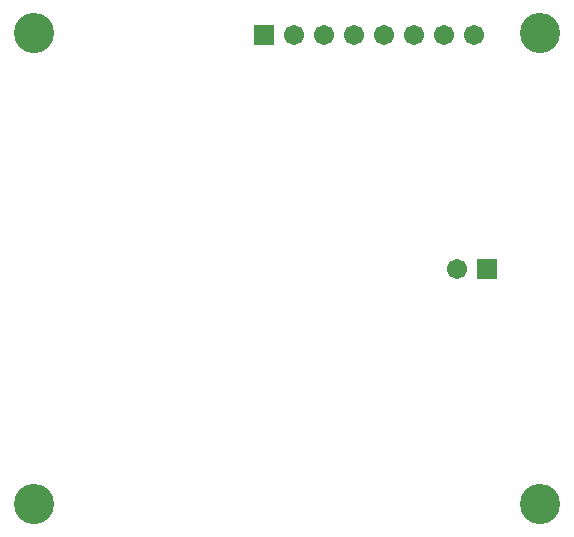
<source format=gbs>
G04 Layer_Color=16711935*
%FSAX25Y25*%
%MOIN*%
G70*
G01*
G75*
%ADD28R,0.06706X0.06706*%
%ADD29C,0.06706*%
%ADD30C,0.13398*%
D28*
X0462500Y0322000D02*
D03*
X0388354Y0400291D02*
D03*
D29*
X0452500Y0322000D02*
D03*
X0398354Y0400291D02*
D03*
X0408354D02*
D03*
X0418354D02*
D03*
X0428354D02*
D03*
X0438354D02*
D03*
X0448354D02*
D03*
X0458354D02*
D03*
D30*
X0311465Y0400882D02*
D03*
X0480362D02*
D03*
Y0243795D02*
D03*
X0311465D02*
D03*
M02*

</source>
